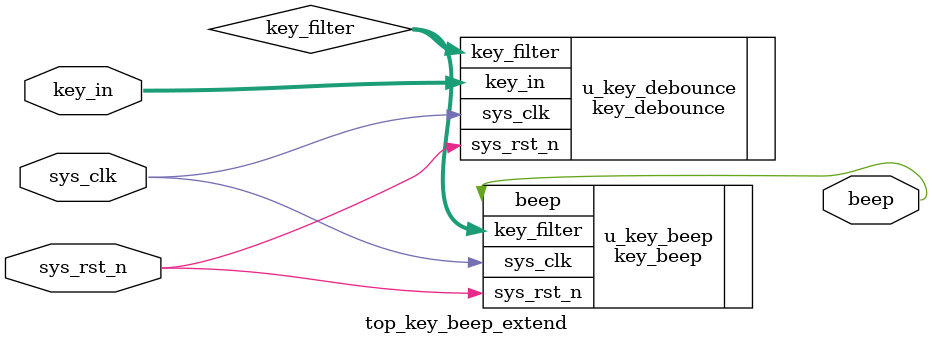
<source format=v>
module top_key_beep_extend(
    input       sys_clk,
    input       sys_rst_n,
    input [1:0] key_in,
    output      beep
);

parameter CNT_MAX = 20'd1000000;

wire [1:0] key_filter;

key_debounce #(
    .CNT_MAX    (CNT_MAX)
    )
u_key_debounce(
    .sys_clk    (sys_clk   ),
    .sys_rst_n  (sys_rst_n ),
    .key_in     (key_in    ),
    .key_filter (key_filter)
    );

key_beep u_key_beep(
    .key_filter (key_filter),
    .sys_clk    (sys_clk   ),
    .sys_rst_n  (sys_rst_n ),
    .beep       (beep      )
    );    
    

endmodule
</source>
